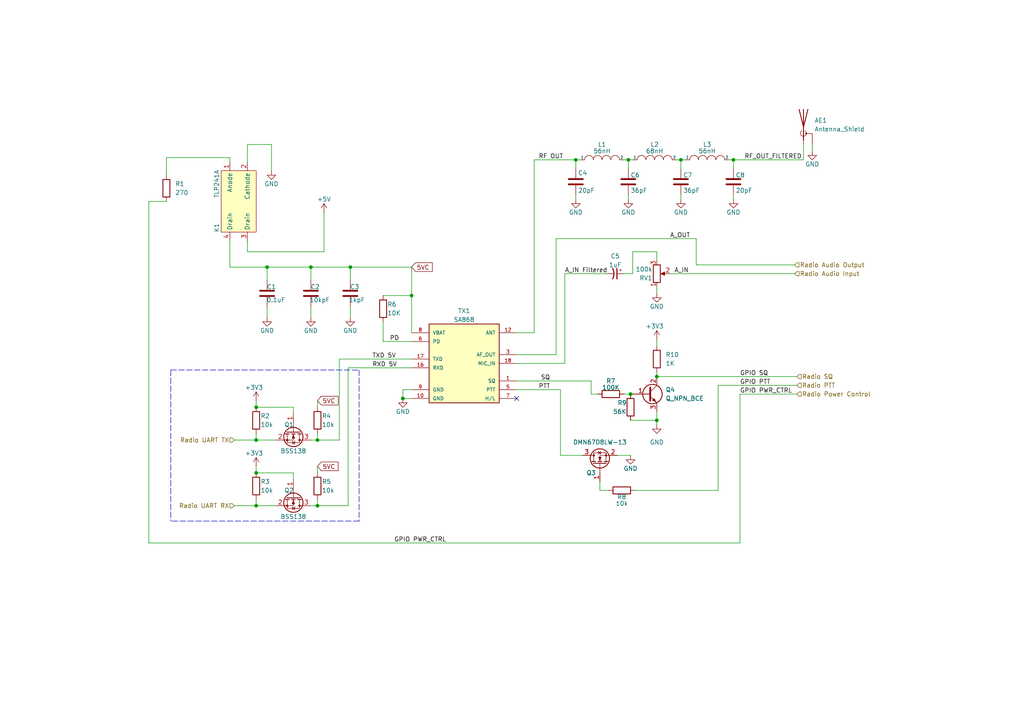
<source format=kicad_sch>
(kicad_sch (version 20211123) (generator eeschema)
  (paper "A4")
  (lib_symbols
    (symbol "Antenna_Shield_1" (pin_numbers hide) (pin_names (offset 1.016) hide)
      (property "Reference" "AE" (at -1.905 4.445 0))
      (property "Value" "Antenna_Shield_1" (at -1.905 2.54 0))
      (symbol "Antenna_Shield_1_0_1"
        (arc (start -0.508 -1.143) (mid -0.8429 -2.1194) (end 0 -2.667))
        (arc (start 0 -2.667) (mid 0.7989 -2.1052) (end 0.508 -1.143))
        (polyline (pts (xy 0 -2.54) (xy 0 0)))
        (polyline (pts (xy 0 5.08) (xy 0 -3.81)) (stroke (width 0.254)))
        (polyline (pts (xy 0.762 -1.905) (xy 2.54 -1.905)))
        (polyline (pts (xy 2.54 -2.54) (xy 2.54 -1.905)))
        (polyline (pts (xy 1.27 5.08) (xy 0 0) (xy -1.27 5.08)) (stroke (width 0.254)))
        (circle (center 0.762 -1.905) (radius 0.1778) (fill (type outline)))
      )
      (symbol "Antenna_Shield_1_1_1"
        (pin input line (at 0 -5.08 90) (length 2.54) (name "A") (number "1"))
        (pin input line (at 2.54 -5.08 90) (length 2.54) (name "Shield") (number "2"))
      )
    )
    (symbol "Device:C" (pin_numbers hide) (pin_names (offset 0.254))
      (property "Reference" "C" (at 0.635 2.54 0))
      (property "Value" "C" (at 0.635 -2.54 0))
      (symbol "C_0_1"
        (polyline (pts (xy -2.032 -0.762) (xy 2.032 -0.762)) (stroke (width 0.508)))
        (polyline (pts (xy -2.032 0.762) (xy 2.032 0.762)) (stroke (width 0.508)))
      )
      (symbol "C_1_1"
        (pin passive line (at 0 3.81 270) (length 2.794) (name "~") (number "1"))
        (pin passive line (at 0 -3.81 90) (length 2.794) (name "~") (number "2"))
      )
    )
    (symbol "Device:C_Polarized_Small_US" (pin_numbers hide) (pin_names (offset 0.254) hide)
      (property "Reference" "C" (at 0.254 1.778 0))
      (property "Value" "C_Polarized_Small_US" (at 0.254 -2.032 0))
      (symbol "C_Polarized_Small_US_0_1"
        (polyline (pts (xy -1.524 0.508) (xy 1.524 0.508)) (stroke (width 0.3048)))
        (polyline (pts (xy -1.27 1.524) (xy -0.762 1.524)))
        (polyline (pts (xy -1.016 1.27) (xy -1.016 1.778)))
        (arc (start 1.524 -0.762) (mid 0 -0.3734) (end -1.524 -0.762) (stroke (width 0.3048)))
      )
      (symbol "C_Polarized_Small_US_1_1"
        (pin passive line (at 0 2.54 270) (length 2.032) (name "~") (number "1"))
        (pin passive line (at 0 -2.54 90) (length 2.032) (name "~") (number "2"))
      )
    )
    (symbol "Device:Q_NPN_BCE" (pin_names (offset 0) hide)
      (property "Reference" "Q" (at 5.08 1.27 0))
      (property "Value" "Q_NPN_BCE" (at 5.08 -1.27 0))
      (symbol "Q_NPN_BCE_0_1"
        (polyline (pts (xy 0.635 0.635) (xy 2.54 2.54)))
        (polyline (pts (xy 0.635 -0.635) (xy 2.54 -2.54) (xy 2.54 -2.54)))
        (polyline (pts (xy 0.635 1.905) (xy 0.635 -1.905) (xy 0.635 -1.905)) (stroke (width 0.508)))
        (polyline (pts (xy 1.27 -1.778) (xy 1.778 -1.27) (xy 2.286 -2.286) (xy 1.27 -1.778) (xy 1.27 -1.778)) (fill (type outline)))
        (circle (center 1.27 0) (radius 2.8194) (stroke (width 0.254)))
      )
      (symbol "Q_NPN_BCE_1_1"
        (pin input line (at -5.08 0 0) (length 5.715) (name "B") (number "1"))
        (pin passive line (at 2.54 5.08 270) (length 2.54) (name "C") (number "2"))
        (pin passive line (at 2.54 -5.08 90) (length 2.54) (name "E") (number "3"))
      )
    )
    (symbol "Device:R" (pin_numbers hide) (pin_names (offset 0))
      (property "Reference" "R" (at 2.032 0 90))
      (property "Value" "R" (at 0 0 90))
      (symbol "R_0_1"
        (rectangle (start -1.016 -2.54) (end 1.016 2.54) (stroke (width 0.254)))
      )
      (symbol "R_1_1"
        (pin passive line (at 0 3.81 270) (length 1.27) (name "~") (number "1"))
        (pin passive line (at 0 -3.81 90) (length 1.27) (name "~") (number "2"))
      )
    )
    (symbol "Device:R_Potentiometer" (pin_names (offset 1.016) hide)
      (property "Reference" "RV" (at -4.445 0 90))
      (property "Value" "R_Potentiometer" (at -2.54 0 90))
      (symbol "R_Potentiometer_0_1"
        (polyline (pts (xy 2.54 0) (xy 1.524 0)))
        (polyline (pts (xy 1.143 0) (xy 2.286 0.508) (xy 2.286 -0.508) (xy 1.143 0)) (fill (type outline)))
        (rectangle (start 1.016 2.54) (end -1.016 -2.54) (stroke (width 0.254)))
      )
      (symbol "R_Potentiometer_1_1"
        (pin passive line (at 0 3.81 270) (length 1.27) (name "1") (number "1"))
        (pin passive line (at 3.81 0 180) (length 1.27) (name "2") (number "2"))
        (pin passive line (at 0 -3.81 90) (length 1.27) (name "3") (number "3"))
      )
    )
    (symbol "GFC-Symbols:SA868" (pin_names (offset 1.016))
      (property "Reference" "TX1" (at 0 16.51 0))
      (property "Value" "SA868" (at 0 13.97 0))
      (symbol "SA868_0_0"
        (rectangle (start -10.16 -10.16) (end 10.16 12.7) (stroke (width 0.254)) (fill (type background)))
        (pin output line (at 15.24 -3.81 180) (length 5.08) (name "SQ") (number "1"))
        (pin power_in line (at -15.24 -8.89 0) (length 5.08) (name "GND") (number "10"))
        (pin passive line (at 15.24 10.16 180) (length 5.08) (name "ANT") (number "12"))
        (pin input line (at -15.24 0 0) (length 5.08) (name "RXD") (number "16"))
        (pin output line (at -15.24 2.54 0) (length 5.08) (name "TXD") (number "17"))
        (pin input line (at 15.24 1.27 180) (length 5.08) (name "MIC_IN") (number "18"))
        (pin output line (at 15.24 3.81 180) (length 5.08) (name "AF_OUT") (number "3"))
        (pin input line (at 15.24 -6.35 180) (length 5.08) (name "PTT") (number "5"))
        (pin input line (at -15.24 7.62 0) (length 5.08) (name "PD") (number "6"))
        (pin input line (at 15.24 -8.89 180) (length 5.08) (name "H/L") (number "7"))
        (pin power_in line (at -15.24 10.16 0) (length 5.08) (name "VBAT") (number "8"))
        (pin power_in line (at -15.24 -6.35 0) (length 5.08) (name "GND") (number "9"))
      )
    )
    (symbol "GFC-Symbols:TLP241A"
      (property "Reference" "K" (at 0 6.35 0))
      (property "Value" "TLP241A" (at 0 -6.35 0))
      (symbol "TLP241A_0_1"
        (rectangle (start -8.89 5.08) (end 8.89 -5.08) (fill (type background)))
      )
      (symbol "TLP241A_1_1"
        (pin input line (at -11.43 2.54 0) (length 2.54) (name "Anode") (number "1"))
        (pin input line (at -11.43 -2.54 0) (length 2.54) (name "Cathode") (number "2"))
        (pin bidirectional line (at 11.43 -2.54 180) (length 2.54) (name "Drain") (number "3"))
        (pin power_out line (at 11.43 2.54 180) (length 2.54) (name "Drain") (number "4"))
      )
    )
    (symbol "GND_1" (power) (pin_names (offset 0))
      (property "Value" "GND_1" (at 0 -3.81 0))
      (symbol "GND_1_0_1"
        (polyline (pts (xy 0 0) (xy 0 -1.27) (xy 1.27 -1.27) (xy 0 -2.54) (xy -1.27 -1.27) (xy 0 -1.27)))
      )
      (symbol "GND_1_1_1"
        (pin power_in line (at 0 0 270) (length 0) hide (name "GND") (number "1"))
      )
    )
    (symbol "GND_10" (power) (pin_names (offset 0))
      (property "Value" "GND_10" (at 0 -3.81 0))
      (symbol "GND_10_0_1"
        (polyline (pts (xy 0 0) (xy 0 -1.27) (xy 1.27 -1.27) (xy 0 -2.54) (xy -1.27 -1.27) (xy 0 -1.27)))
      )
      (symbol "GND_10_1_1"
        (pin power_in line (at 0 0 270) (length 0) hide (name "GND") (number "1"))
      )
    )
    (symbol "GND_11" (power) (pin_names (offset 0))
      (property "Value" "GND_11" (at 0 -3.81 0))
      (symbol "GND_11_0_1"
        (polyline (pts (xy 0 0) (xy 0 -1.27) (xy 1.27 -1.27) (xy 0 -2.54) (xy -1.27 -1.27) (xy 0 -1.27)))
      )
      (symbol "GND_11_1_1"
        (pin power_in line (at 0 0 270) (length 0) hide (name "GND") (number "1"))
      )
    )
    (symbol "GND_12" (power) (pin_names (offset 0))
      (property "Value" "GND_12" (at 0 -3.81 0))
      (symbol "GND_12_0_1"
        (polyline (pts (xy 0 0) (xy 0 -1.27) (xy 1.27 -1.27) (xy 0 -2.54) (xy -1.27 -1.27) (xy 0 -1.27)))
      )
      (symbol "GND_12_1_1"
        (pin power_in line (at 0 0 270) (length 0) hide (name "GND") (number "1"))
      )
    )
    (symbol "GND_13" (power) (pin_names (offset 0))
      (property "Value" "GND_13" (at 0 -3.81 0))
      (symbol "GND_13_0_1"
        (polyline (pts (xy 0 0) (xy 0 -1.27) (xy 1.27 -1.27) (xy 0 -2.54) (xy -1.27 -1.27) (xy 0 -1.27)))
      )
      (symbol "GND_13_1_1"
        (pin power_in line (at 0 0 270) (length 0) hide (name "GND") (number "1"))
      )
    )
    (symbol "GND_14" (power) (pin_names (offset 0))
      (property "Value" "GND_14" (at 0 -3.81 0))
      (symbol "GND_14_0_1"
        (polyline (pts (xy 0 0) (xy 0 -1.27) (xy 1.27 -1.27) (xy 0 -2.54) (xy -1.27 -1.27) (xy 0 -1.27)))
      )
      (symbol "GND_14_1_1"
        (pin power_in line (at 0 0 270) (length 0) hide (name "GND") (number "1"))
      )
    )
    (symbol "GND_15" (power) (pin_names (offset 0))
      (property "Value" "GND_15" (at 0 -3.81 0))
      (symbol "GND_15_0_1"
        (polyline (pts (xy 0 0) (xy 0 -1.27) (xy 1.27 -1.27) (xy 0 -2.54) (xy -1.27 -1.27) (xy 0 -1.27)))
      )
      (symbol "GND_15_1_1"
        (pin power_in line (at 0 0 270) (length 0) hide (name "GND") (number "1"))
      )
    )
    (symbol "GND_2" (power) (pin_names (offset 0))
      (property "Value" "GND_2" (at 0 -3.81 0))
      (symbol "GND_2_0_1"
        (polyline (pts (xy 0 0) (xy 0 -1.27) (xy 1.27 -1.27) (xy 0 -2.54) (xy -1.27 -1.27) (xy 0 -1.27)))
      )
      (symbol "GND_2_1_1"
        (pin power_in line (at 0 0 270) (length 0) hide (name "GND") (number "1"))
      )
    )
    (symbol "GND_3" (power) (pin_names (offset 0))
      (property "Value" "GND_3" (at 0 -3.81 0))
      (symbol "GND_3_0_1"
        (polyline (pts (xy 0 0) (xy 0 -1.27) (xy 1.27 -1.27) (xy 0 -2.54) (xy -1.27 -1.27) (xy 0 -1.27)))
      )
      (symbol "GND_3_1_1"
        (pin power_in line (at 0 0 270) (length 0) hide (name "GND") (number "1"))
      )
    )
    (symbol "GND_4" (power) (pin_names (offset 0))
      (property "Value" "GND_4" (at 0 -3.81 0))
      (symbol "GND_4_0_1"
        (polyline (pts (xy 0 0) (xy 0 -1.27) (xy 1.27 -1.27) (xy 0 -2.54) (xy -1.27 -1.27) (xy 0 -1.27)))
      )
      (symbol "GND_4_1_1"
        (pin power_in line (at 0 0 270) (length 0) hide (name "GND") (number "1"))
      )
    )
    (symbol "GND_5" (power) (pin_names (offset 0))
      (property "Value" "GND_5" (at 0 -3.81 0))
      (symbol "GND_5_0_1"
        (polyline (pts (xy 0 0) (xy 0 -1.27) (xy 1.27 -1.27) (xy 0 -2.54) (xy -1.27 -1.27) (xy 0 -1.27)))
      )
      (symbol "GND_5_1_1"
        (pin power_in line (at 0 0 270) (length 0) hide (name "GND") (number "1"))
      )
    )
    (symbol "GND_6" (power) (pin_names (offset 0))
      (property "Value" "GND_6" (at 0 -3.81 0))
      (symbol "GND_6_0_1"
        (polyline (pts (xy 0 0) (xy 0 -1.27) (xy 1.27 -1.27) (xy 0 -2.54) (xy -1.27 -1.27) (xy 0 -1.27)))
      )
      (symbol "GND_6_1_1"
        (pin power_in line (at 0 0 270) (length 0) hide (name "GND") (number "1"))
      )
    )
    (symbol "GND_8" (power) (pin_names (offset 0))
      (property "Value" "GND_8" (at 0 -3.81 0))
      (symbol "GND_8_0_1"
        (polyline (pts (xy 0 0) (xy 0 -1.27) (xy 1.27 -1.27) (xy 0 -2.54) (xy -1.27 -1.27) (xy 0 -1.27)))
      )
      (symbol "GND_8_1_1"
        (pin power_in line (at 0 0 270) (length 0) hide (name "GND") (number "1"))
      )
    )
    (symbol "Transistor_FET:2N7002K" (pin_names hide)
      (property "Reference" "Q" (at 5.08 1.905 0))
      (property "Value" "2N7002K" (at 5.08 0 0))
      (symbol "2N7002K_0_1"
        (polyline (pts (xy 0.254 0) (xy -2.54 0)))
        (polyline (pts (xy 0.254 1.905) (xy 0.254 -1.905)) (stroke (width 0.254)))
        (polyline (pts (xy 0.762 -1.27) (xy 0.762 -2.286)) (stroke (width 0.254)))
        (polyline (pts (xy 0.762 0.508) (xy 0.762 -0.508)) (stroke (width 0.254)))
        (polyline (pts (xy 0.762 2.286) (xy 0.762 1.27)) (stroke (width 0.254)))
        (polyline (pts (xy 2.54 2.54) (xy 2.54 1.778)))
        (polyline (pts (xy 2.54 -2.54) (xy 2.54 0) (xy 0.762 0)))
        (polyline (pts (xy 0.762 -1.778) (xy 3.302 -1.778) (xy 3.302 1.778) (xy 0.762 1.778)))
        (polyline (pts (xy 1.016 0) (xy 2.032 0.381) (xy 2.032 -0.381) (xy 1.016 0)) (fill (type outline)))
        (polyline (pts (xy 2.794 0.508) (xy 2.921 0.381) (xy 3.683 0.381) (xy 3.81 0.254)))
        (polyline (pts (xy 3.302 0.381) (xy 2.921 -0.254) (xy 3.683 -0.254) (xy 3.302 0.381)))
        (circle (center 1.651 0) (radius 2.794) (stroke (width 0.254)))
        (circle (center 2.54 -1.778) (radius 0.254) (fill (type outline)))
        (circle (center 2.54 1.778) (radius 0.254) (fill (type outline)))
      )
      (symbol "2N7002K_1_1"
        (pin input line (at -5.08 0 0) (length 2.54) (name "G") (number "1"))
        (pin passive line (at 2.54 -5.08 90) (length 2.54) (name "S") (number "2"))
        (pin passive line (at 2.54 5.08 270) (length 2.54) (name "D") (number "3"))
      )
    )
    (symbol "Transistor_FET:BSS138" (pin_names hide)
      (property "Reference" "Q" (at 5.08 1.905 0))
      (property "Value" "BSS138" (at 5.08 0 0))
      (symbol "BSS138_0_1"
        (polyline (pts (xy 0.254 0) (xy -2.54 0)))
        (polyline (pts (xy 0.254 1.905) (xy 0.254 -1.905)) (stroke (width 0.254)))
        (polyline (pts (xy 0.762 -1.27) (xy 0.762 -2.286)) (stroke (width 0.254)))
        (polyline (pts (xy 0.762 0.508) (xy 0.762 -0.508)) (stroke (width 0.254)))
        (polyline (pts (xy 0.762 2.286) (xy 0.762 1.27)) (stroke (width 0.254)))
        (polyline (pts (xy 2.54 2.54) (xy 2.54 1.778)))
        (polyline (pts (xy 2.54 -2.54) (xy 2.54 0) (xy 0.762 0)))
        (polyline (pts (xy 0.762 -1.778) (xy 3.302 -1.778) (xy 3.302 1.778) (xy 0.762 1.778)))
        (polyline (pts (xy 1.016 0) (xy 2.032 0.381) (xy 2.032 -0.381) (xy 1.016 0)) (fill (type outline)))
        (polyline (pts (xy 2.794 0.508) (xy 2.921 0.381) (xy 3.683 0.381) (xy 3.81 0.254)))
        (polyline (pts (xy 3.302 0.381) (xy 2.921 -0.254) (xy 3.683 -0.254) (xy 3.302 0.381)))
        (circle (center 1.651 0) (radius 2.794) (stroke (width 0.254)))
        (circle (center 2.54 -1.778) (radius 0.254) (fill (type outline)))
        (circle (center 2.54 1.778) (radius 0.254) (fill (type outline)))
      )
      (symbol "BSS138_1_1"
        (pin input line (at -5.08 0 0) (length 2.54) (name "G") (number "1"))
        (pin passive line (at 2.54 -5.08 90) (length 2.54) (name "S") (number "2"))
        (pin passive line (at 2.54 5.08 270) (length 2.54) (name "D") (number "3"))
      )
    )
    (symbol "power:+3V3" (power) (pin_names (offset 0))
      (property "Value" "+3V3" (at 0 3.556 0))
      (symbol "+3V3_0_1"
        (polyline (pts (xy -0.762 1.27) (xy 0 2.54)))
        (polyline (pts (xy 0 0) (xy 0 2.54)))
        (polyline (pts (xy 0 2.54) (xy 0.762 1.27)))
      )
      (symbol "+3V3_1_1"
        (pin power_in line (at 0 0 90) (length 0) hide (name "+3V3") (number "1"))
      )
    )
    (symbol "power:+5V" (power) (pin_names (offset 0))
      (property "Value" "+5V" (at 0 3.556 0))
      (symbol "+5V_0_1"
        (polyline (pts (xy -0.762 1.27) (xy 0 2.54)))
        (polyline (pts (xy 0 0) (xy 0 2.54)))
        (polyline (pts (xy 0 2.54) (xy 0.762 1.27)))
      )
      (symbol "+5V_1_1"
        (pin power_in line (at 0 0 90) (length 0) hide (name "+5V") (number "1"))
      )
    )
    (symbol "pspice:INDUCTOR" (pin_numbers hide) (pin_names (offset 0))
      (property "Reference" "L" (at 0 2.54 0))
      (property "Value" "INDUCTOR" (at 0 -1.27 0))
      (symbol "INDUCTOR_0_1"
        (arc (start -2.54 0) (mid -3.81 1.27) (end -5.08 0))
        (arc (start 0 0) (mid -1.27 1.27) (end -2.54 0))
        (arc (start 2.54 0) (mid 1.27 1.27) (end 0 0))
        (arc (start 5.08 0) (mid 3.81 1.27) (end 2.54 0))
      )
      (symbol "INDUCTOR_1_1"
        (pin input line (at -6.35 0 0) (length 1.27) (name "1") (number "1"))
        (pin input line (at 6.35 0 180) (length 1.27) (name "2") (number "2"))
      )
    )
  )
  (junction (at 182.88 114.3))
  (junction (at 92.075 146.685))
  (junction (at 74.295 127.635))
  (junction (at 197.485 46.355))
  (junction (at 116.84 115.57))
  (junction (at 167.005 46.355))
  (junction (at 92.075 127.635))
  (junction (at 119.38 85.725))
  (junction (at 101.6 77.47))
  (junction (at 90.17 77.47))
  (junction (at 190.5 109.22))
  (junction (at 74.295 118.11))
  (junction (at 74.295 137.16))
  (junction (at 182.245 46.355))
  (junction (at 212.725 46.355))
  (junction (at 74.295 146.685))
  (junction (at 190.5 121.92))
  (junction (at 77.47 77.47))
  (no_connect (at 149.86 115.57))
  (wire (pts (xy 77.47 92.075) (xy 77.47 88.9)))
  (wire (pts (xy 180.975 114.3) (xy 182.88 114.3)))
  (wire (pts (xy 180.975 79.375) (xy 183.515 79.375)))
  (wire (pts (xy 154.94 96.52) (xy 154.94 46.355)))
  (wire (pts (xy 85.09 139.065) (xy 85.09 137.16)))
  (wire (pts (xy 190.5 73.025) (xy 190.5 75.565)))
  (wire (pts (xy 111.125 99.06) (xy 119.38 99.06)))
  (wire (pts (xy 111.125 85.725) (xy 119.38 85.725)))
  (wire (pts (xy 214.63 157.48) (xy 43.18 157.48)))
  (wire (pts (xy 190.5 83.185) (xy 190.5 85.09)))
  (wire (pts (xy 201.93 76.835) (xy 201.93 69.215)))
  (wire (pts (xy 190.5 107.95) (xy 190.5 109.22)))
  (wire (pts (xy 66.675 45.72) (xy 48.26 45.72)))
  (polyline (pts (xy 49.53 107.315) (xy 49.53 151.13)))
  (wire (pts (xy 92.075 146.685) (xy 92.075 144.78)))
  (wire (pts (xy 149.86 113.03) (xy 162.56 113.03)))
  (wire (pts (xy 92.075 137.16) (xy 92.075 135.255)))
  (wire (pts (xy 212.725 46.355) (xy 212.725 48.895)))
  (wire (pts (xy 190.5 98.425) (xy 190.5 100.33)))
  (wire (pts (xy 93.98 73.025) (xy 71.755 73.025)))
  (polyline (pts (xy 104.14 151.13) (xy 49.53 151.13)))
  (wire (pts (xy 162.56 132.08) (xy 168.91 132.08)))
  (wire (pts (xy 93.98 61.595) (xy 93.98 73.025)))
  (wire (pts (xy 182.245 46.355) (xy 182.245 48.895)))
  (wire (pts (xy 66.675 45.72) (xy 66.675 46.99)))
  (wire (pts (xy 176.53 142.24) (xy 173.99 142.24)))
  (wire (pts (xy 74.295 135.255) (xy 74.295 137.16)))
  (wire (pts (xy 235.585 41.91) (xy 235.585 43.815)))
  (wire (pts (xy 149.86 105.41) (xy 163.83 105.41)))
  (wire (pts (xy 182.245 46.355) (xy 183.515 46.355)))
  (wire (pts (xy 182.88 132.08) (xy 179.07 132.08)))
  (wire (pts (xy 161.29 69.215) (xy 201.93 69.215)))
  (wire (pts (xy 212.725 46.355) (xy 233.045 46.355)))
  (wire (pts (xy 183.515 79.375) (xy 183.515 73.025)))
  (wire (pts (xy 208.28 142.24) (xy 208.28 111.76)))
  (wire (pts (xy 98.425 104.14) (xy 98.425 127.635)))
  (wire (pts (xy 212.725 56.515) (xy 212.725 57.785)))
  (wire (pts (xy 67.945 146.685) (xy 74.295 146.685)))
  (wire (pts (xy 101.6 81.28) (xy 101.6 77.47)))
  (wire (pts (xy 116.84 115.57) (xy 119.38 115.57)))
  (wire (pts (xy 92.075 118.11) (xy 92.075 116.205)))
  (wire (pts (xy 214.63 114.3) (xy 231.14 114.3)))
  (wire (pts (xy 85.09 120.015) (xy 85.09 118.11)))
  (wire (pts (xy 71.755 46.99) (xy 71.755 41.91)))
  (wire (pts (xy 77.47 77.47) (xy 90.17 77.47)))
  (wire (pts (xy 90.17 127.635) (xy 92.075 127.635)))
  (wire (pts (xy 211.455 46.355) (xy 212.725 46.355)))
  (wire (pts (xy 80.01 127.635) (xy 74.295 127.635)))
  (wire (pts (xy 171.45 114.3) (xy 173.355 114.3)))
  (wire (pts (xy 196.215 46.355) (xy 197.485 46.355)))
  (wire (pts (xy 119.38 85.725) (xy 119.38 77.47)))
  (wire (pts (xy 67.945 127.635) (xy 74.295 127.635)))
  (wire (pts (xy 190.5 119.38) (xy 190.5 121.92)))
  (wire (pts (xy 90.17 92.075) (xy 90.17 88.9)))
  (wire (pts (xy 71.755 73.025) (xy 71.755 69.85)))
  (wire (pts (xy 171.45 110.49) (xy 171.45 114.3)))
  (wire (pts (xy 43.18 58.42) (xy 48.26 58.42)))
  (wire (pts (xy 85.09 118.11) (xy 74.295 118.11)))
  (wire (pts (xy 233.045 41.91) (xy 233.045 46.355)))
  (wire (pts (xy 167.005 46.355) (xy 168.275 46.355)))
  (wire (pts (xy 101.6 77.47) (xy 119.38 77.47)))
  (wire (pts (xy 161.29 69.215) (xy 161.29 102.87)))
  (wire (pts (xy 71.755 41.91) (xy 78.74 41.91)))
  (wire (pts (xy 101.6 92.075) (xy 101.6 88.9)))
  (wire (pts (xy 162.56 113.03) (xy 162.56 132.08)))
  (wire (pts (xy 90.17 146.685) (xy 92.075 146.685)))
  (wire (pts (xy 183.515 73.025) (xy 190.5 73.025)))
  (wire (pts (xy 163.83 79.375) (xy 175.895 79.375)))
  (wire (pts (xy 208.28 111.76) (xy 231.14 111.76)))
  (wire (pts (xy 197.485 56.515) (xy 197.485 57.785)))
  (wire (pts (xy 66.675 69.85) (xy 66.675 77.47)))
  (wire (pts (xy 74.295 146.685) (xy 74.295 144.78)))
  (wire (pts (xy 66.675 77.47) (xy 77.47 77.47)))
  (wire (pts (xy 100.965 106.68) (xy 100.965 146.685)))
  (wire (pts (xy 180.975 46.355) (xy 182.245 46.355)))
  (wire (pts (xy 119.38 113.03) (xy 116.84 113.03)))
  (wire (pts (xy 100.965 106.68) (xy 119.38 106.68)))
  (wire (pts (xy 197.485 46.355) (xy 197.485 48.895)))
  (wire (pts (xy 119.38 85.725) (xy 119.38 96.52)))
  (wire (pts (xy 111.125 93.345) (xy 111.125 99.06)))
  (wire (pts (xy 100.965 146.685) (xy 92.075 146.685)))
  (wire (pts (xy 190.5 109.22) (xy 231.14 109.22)))
  (wire (pts (xy 90.17 77.47) (xy 101.6 77.47)))
  (wire (pts (xy 167.005 56.515) (xy 167.005 57.785)))
  (wire (pts (xy 48.26 45.72) (xy 48.26 50.8)))
  (wire (pts (xy 190.5 121.92) (xy 190.5 123.19)))
  (wire (pts (xy 149.86 110.49) (xy 171.45 110.49)))
  (wire (pts (xy 90.17 81.28) (xy 90.17 77.47)))
  (wire (pts (xy 230.505 76.835) (xy 201.93 76.835)))
  (wire (pts (xy 43.18 58.42) (xy 43.18 157.48)))
  (wire (pts (xy 74.295 116.205) (xy 74.295 118.11)))
  (wire (pts (xy 149.86 96.52) (xy 154.94 96.52)))
  (wire (pts (xy 154.94 46.355) (xy 167.005 46.355)))
  (wire (pts (xy 80.01 146.685) (xy 74.295 146.685)))
  (polyline (pts (xy 104.14 107.315) (xy 104.14 151.13)))
  (polyline (pts (xy 49.53 107.315) (xy 104.14 107.315)))
  (wire (pts (xy 173.99 142.24) (xy 173.99 139.7)))
  (wire (pts (xy 92.075 127.635) (xy 92.075 125.73)))
  (wire (pts (xy 92.075 127.635) (xy 98.425 127.635)))
  (wire (pts (xy 167.005 48.895) (xy 167.005 46.355)))
  (wire (pts (xy 230.505 79.375) (xy 194.31 79.375)))
  (wire (pts (xy 77.47 81.28) (xy 77.47 77.47)))
  (wire (pts (xy 182.88 121.92) (xy 190.5 121.92)))
  (wire (pts (xy 182.245 56.515) (xy 182.245 57.785)))
  (wire (pts (xy 197.485 46.355) (xy 198.755 46.355)))
  (wire (pts (xy 163.83 105.41) (xy 163.83 79.375)))
  (wire (pts (xy 214.63 114.3) (xy 214.63 157.48)))
  (wire (pts (xy 161.29 102.87) (xy 149.86 102.87)))
  (wire (pts (xy 85.09 137.16) (xy 74.295 137.16)))
  (wire (pts (xy 78.74 41.91) (xy 78.74 49.53)))
  (wire (pts (xy 184.15 142.24) (xy 208.28 142.24)))
  (wire (pts (xy 98.425 104.14) (xy 119.38 104.14)))
  (wire (pts (xy 74.295 127.635) (xy 74.295 125.73)))
  (wire (pts (xy 116.84 113.03) (xy 116.84 115.57)))
  (label "RXD 5V" (at 107.95 106.68 0))
  (label "PD" (at 113.03 99.06 0))
  (label "RF OUT" (at 156.21 46.355 0))
  (label "A_OUT" (at 194.31 69.215 0))
  (label "RF_OUT_FILTERED" (at 215.9 46.355 0))
  (label "A_IN Filtered" (at 163.83 79.375 0))
  (label "GPIO PWR_CTRL" (at 114.3 157.48 0))
  (label "GPIO PTT" (at 214.63 111.76 0))
  (label "TXD 5V" (at 107.95 104.14 0))
  (label "GPIO SQ" (at 214.63 109.22 0))
  (label "GPIO PWR_CTRL" (at 214.63 114.3 0))
  (label "SQ" (at 156.845 110.49 0))
  (label "A_IN" (at 195.58 79.375 0))
  (label "PTT" (at 156.21 113.03 0))
  (global_label "5VC" (shape input) (at 119.38 77.47 0) (property "Intersheet References" "${INTERSHEET_REFS}" (effects hide)))
  (global_label "5VC" (shape input) (at 92.075 135.255 0) (property "Intersheet References" "${INTERSHEET_REFS}" (effects hide)))
  (global_label "5VC" (shape input) (at 92.075 116.205 0) (property "Intersheet References" "${INTERSHEET_REFS}" (effects hide)))
  (hierarchical_label "Radio Audio Input" (shape input) (at 230.505 79.375 0))
  (hierarchical_label "Radio SQ" (shape input) (at 231.14 109.22 0))
  (hierarchical_label "Radio Power Control" (shape input) (at 231.14 114.3 0))
  (hierarchical_label "Radio PTT" (shape input) (at 231.14 111.76 0))
  (hierarchical_label "Radio Audio Output" (shape input) (at 230.505 76.835 0))
  (hierarchical_label "Radio UART RX" (shape input) (at 67.945 146.685 180))
  (hierarchical_label "Radio UART TX" (shape input) (at 67.945 127.635 180))
  (symbol (lib_id "Device:R") (at 182.88 118.11 0) (unit 1)
    (property "Reference" "R9" (at 179.07 116.84 0) (effects (justify left)))
    (property "Value" "56K" (at 177.8 119.38 0) (effects (justify left)))
    (property "Footprint" "Resistor_SMD:R_0603_1608Metric_Pad0.98x0.95mm_HandSolder" (effects hide))
    (property "Digikey" "-" (effects hide))
    (property "Unit Price" "0.10" (effects hide))
  )
  (symbol (lib_name "GND_8") (lib_id "power:GND") (at 190.5 123.19 0) (unit 1)
    (property "Reference" "#PWR017" (effects hide))
    (property "Value" "GND" (at 190.5 128.27 0))
  )
  (symbol (lib_id "Device:R") (at 48.26 54.61 0) (unit 1)
    (property "Reference" "R1" (at 50.8 53.3399 0) (effects (justify left)))
    (property "Value" "270" (at 50.8 55.8799 0) (effects (justify left)))
    (property "Footprint" "Resistor_SMD:R_0603_1608Metric_Pad0.98x0.95mm_HandSolder" (effects hide))
  )
  (symbol (lib_id "Device:R") (at 92.075 121.92 0) (unit 1)
    (property "Reference" "R4" (at 93.345 120.65 0) (effects (justify left)))
    (property "Value" "10k" (at 93.345 123.19 0) (effects (justify left)))
    (property "Footprint" "Resistor_SMD:R_0603_1608Metric_Pad0.98x0.95mm_HandSolder" (effects hide))
    (property "Digikey" "-" (effects hide))
  )
  (symbol (lib_name "GND_12") (lib_id "power:GND") (at 101.6 92.075 0) (unit 1)
    (property "Reference" "#PWR010" (effects hide))
    (property "Value" "GND" (at 101.6 95.885 0))
  )
  (symbol (lib_name "GND_1") (lib_id "power:GND") (at 190.5 85.09 0) (mirror y) (unit 1)
    (property "Reference" "#PWR015" (effects hide))
    (property "Value" "GND" (at 190.5 88.9 0))
  )
  (symbol (lib_id "Device:C") (at 197.485 52.705 0) (unit 1)
    (property "Reference" "C7" (at 198.12 50.8 0) (effects (justify left)))
    (property "Value" "36pF" (at 198.12 55.245 0) (effects (justify left)))
    (property "Footprint" "Capacitor_SMD:C_0603_1608Metric_Pad1.08x0.95mm_HandSolder" (effects hide))
    (property "Digikey" "-" (effects hide))
    (property "Unit Price" "0.10" (effects hide))
  )
  (symbol (lib_name "GND_14") (lib_id "power:GND") (at 90.17 92.075 0) (unit 1)
    (property "Reference" "#PWR08" (effects hide))
    (property "Value" "GND" (at 90.17 95.885 0))
  )
  (symbol (lib_name "GND_5") (lib_id "power:GND") (at 212.725 57.785 0) (unit 1)
    (property "Reference" "#PWR019" (effects hide))
    (property "Value" "GND" (at 212.725 61.595 0))
  )
  (symbol (lib_id "Device:C") (at 212.725 52.705 0) (unit 1)
    (property "Reference" "C8" (at 213.36 50.8 0) (effects (justify left)))
    (property "Value" "20pF" (at 213.36 55.245 0) (effects (justify left)))
    (property "Footprint" "Capacitor_SMD:C_0603_1608Metric_Pad1.08x0.95mm_HandSolder" (effects hide))
    (property "Digikey" "-" (effects hide))
    (property "Unit Price" "0.10" (effects hide))
  )
  (symbol (lib_id "pspice:INDUCTOR") (at 189.865 46.355 0) (unit 1)
    (property "Reference" "L2" (at 189.865 41.91 0))
    (property "Value" "68nH" (at 189.865 43.815 0))
    (property "Footprint" "Inductor_SMD:L_0603_1608Metric" (effects hide))
    (property "Digikey" "-" (effects hide))
    (property "Unit Price" ".63" (effects hide))
  )
  (symbol (lib_id "Device:C_Polarized_Small_US") (at 178.435 79.375 270) (unit 1)
    (property "Reference" "C5" (at 178.435 74.295 90))
    (property "Value" "1uF" (at 178.435 76.835 90))
    (property "Footprint" "Capacitor_SMD:C_0805_2012Metric_Pad1.18x1.45mm_HandSolder" (effects hide))
    (property "Digikey" "-" (effects hide))
    (property "Unit Price" "0.10" (effects hide))
  )
  (symbol (lib_id "Transistor_FET:2N7002K") (at 173.99 134.62 90) (unit 1)
    (property "Reference" "Q3" (at 171.45 137.16 90))
    (property "Value" "DMN67D8LW-13" (at 173.99 128.27 90))
    (property "Footprint" "Package_TO_SOT_SMD:SOT-323_SC-70_Handsoldering" (effects hide))
    (property "Datasheet" "https://www.diodes.com/assets/Datasheets/ds30896.pdf" (effects hide))
    (property "Digikey" "-" (effects hide))
    (property "Unit Price" "0.26" (effects hide))
  )
  (symbol (lib_id "Device:C") (at 77.47 85.09 180) (unit 1)
    (property "Reference" "C1" (at 78.74 83.185 0))
    (property "Value" "0.1uF" (at 80.01 86.995 0))
    (property "Footprint" "Capacitor_SMD:C_0603_1608Metric_Pad1.08x0.95mm_HandSolder" (effects hide))
    (property "Digikey" "-" (effects hide))
    (property "Unit Price" "0.10" (effects hide))
  )
  (symbol (lib_id "GFC-Symbols:TLP241A") (at 69.215 58.42 90) (mirror x) (unit 1)
    (property "Reference" "K1" (at 62.865 66.04 0))
    (property "Value" "TLP241A" (at 62.865 53.34 0))
    (property "Footprint" "Package_DIP:DIP-4_W8.89mm_SMDSocket_LongPads" (effects hide))
    (property "Digikey" "-" (effects hide))
  )
  (symbol (lib_name "GND_10") (lib_id "power:GND") (at 182.88 132.08 0) (unit 1)
    (property "Reference" "#PWR014" (effects hide))
    (property "Value" "GND" (at 182.88 135.89 0))
  )
  (symbol (lib_id "Device:C") (at 167.005 52.705 0) (unit 1)
    (property "Reference" "C4" (at 167.64 50.165 0) (effects (justify left)))
    (property "Value" "20pF" (at 167.64 55.245 0) (effects (justify left)))
    (property "Footprint" "Capacitor_SMD:C_0603_1608Metric_Pad1.08x0.95mm_HandSolder" (effects hide))
    (property "Digikey" "-" (effects hide))
    (property "Unit Price" "0.10" (effects hide))
  )
  (symbol (lib_id "Device:R") (at 177.165 114.3 90) (unit 1)
    (property "Reference" "R7" (at 177.165 110.49 90))
    (property "Value" "100K" (at 177.165 112.395 90))
    (property "Footprint" "Resistor_SMD:R_0603_1608Metric_Pad0.98x0.95mm_HandSolder" (effects hide))
    (property "Digikey" "-" (effects hide))
    (property "Unit Price" "0.10" (effects hide))
  )
  (symbol (lib_id "pspice:INDUCTOR") (at 205.105 46.355 0) (unit 1)
    (property "Reference" "L3" (at 205.105 41.91 0))
    (property "Value" "56nH" (at 205.105 43.815 0))
    (property "Footprint" "Inductor_SMD:L_0603_1608Metric" (effects hide))
    (property "Digikey" "-" (effects hide))
    (property "Unit Price" ".67" (effects hide))
  )
  (symbol (lib_id "Transistor_FET:BSS138") (at 85.09 144.145 270) (unit 1)
    (property "Reference" "Q2" (at 83.82 142.24 90))
    (property "Value" "BSS138" (at 85.09 149.86 90))
    (property "Footprint" "Package_TO_SOT_SMD:SOT-23" (effects hide))
    (property "Datasheet" "https://www.onsemi.com/pub/Collateral/BSS138-D.PDF" (effects hide))
  )
  (symbol (lib_id "Transistor_FET:BSS138") (at 85.09 125.095 270) (unit 1)
    (property "Reference" "Q1" (at 83.82 123.19 90))
    (property "Value" "BSS138" (at 85.09 130.81 90))
    (property "Footprint" "Package_TO_SOT_SMD:SOT-23" (effects hide))
    (property "Datasheet" "https://www.onsemi.com/pub/Collateral/BSS138-D.PDF" (effects hide))
  )
  (symbol (lib_id "Device:R") (at 74.295 140.97 0) (unit 1)
    (property "Reference" "R3" (at 75.565 139.7 0) (effects (justify left)))
    (property "Value" "10k" (at 75.565 142.24 0) (effects (justify left)))
    (property "Footprint" "Resistor_SMD:R_0603_1608Metric_Pad0.98x0.95mm_HandSolder" (effects hide))
    (property "Digikey" "-" (effects hide))
  )
  (symbol (lib_id "power:+3V3") (at 74.295 135.255 0) (unit 1)
    (property "Reference" "#PWR?" (effects hide))
    (property "Value" "+3V3" (at 73.66 131.445 0))
  )
  (symbol (lib_id "Device:C") (at 101.6 85.09 180) (unit 1)
    (property "Reference" "C3" (at 102.87 83.185 0))
    (property "Value" "1kpF" (at 103.505 86.995 0))
    (property "Footprint" "Capacitor_SMD:C_0603_1608Metric_Pad1.08x0.95mm_HandSolder" (effects hide))
    (property "Digikey" "-" (effects hide))
    (property "Unit Price" "0.10" (effects hide))
  )
  (symbol (lib_name "GND_4") (lib_id "power:GND") (at 197.485 57.785 0) (unit 1)
    (property "Reference" "#PWR018" (effects hide))
    (property "Value" "GND" (at 197.485 61.595 0))
  )
  (symbol (lib_id "Device:R_Potentiometer") (at 190.5 79.375 0) (mirror x) (unit 1)
    (property "Reference" "RV1" (at 189.23 80.645 0) (effects (justify right)))
    (property "Value" "100k" (at 189.23 78.105 0) (effects (justify right)))
    (property "Footprint" "GFC-Footprints:TRIM_3361P-1-104GLF" (effects hide))
    (property "Digikey" "-" (effects hide))
    (property "Unit Price" "1.27" (effects hide))
  )
  (symbol (lib_name "GND_11") (lib_id "power:GND") (at 78.74 49.53 0) (mirror y) (unit 1)
    (property "Reference" "#PWR07" (effects hide))
    (property "Value" "GND" (at 78.74 53.34 0))
  )
  (symbol (lib_id "Device:C") (at 90.17 85.09 180) (unit 1)
    (property "Reference" "C2" (at 91.44 83.185 0))
    (property "Value" "10kpF" (at 92.71 86.995 0))
    (property "Footprint" "Capacitor_SMD:C_0603_1608Metric_Pad1.08x0.95mm_HandSolder" (effects hide))
    (property "Digikey" "-" (effects hide))
    (property "Unit Price" "0.10" (effects hide))
  )
  (symbol (lib_id "Device:R") (at 180.34 142.24 270) (unit 1)
    (property "Reference" "R8" (at 180.34 144.145 90))
    (property "Value" "10k" (at 180.34 146.05 90))
    (property "Footprint" "Resistor_SMD:R_0603_1608Metric_Pad0.98x0.95mm_HandSolder" (effects hide))
    (property "Digikey" "-" (effects hide))
    (property "Unit Price" "0.10" (effects hide))
  )
  (symbol (lib_name "GND_6") (lib_id "power:GND") (at 235.585 43.815 0) (unit 1)
    (property "Reference" "#PWR020" (effects hide))
    (property "Value" "GND" (at 235.585 47.625 0))
  )
  (symbol (lib_name "Antenna_Shield_1") (lib_id "Device:Antenna_Shield") (at 233.045 36.83 0) (unit 1)
    (property "Reference" "AE1" (at 236.22 34.9249 0) (effects (justify left)))
    (property "Value" "Antenna_Shield" (at 236.22 37.4649 0) (effects (justify left)))
    (property "Footprint" "Connector_Coaxial:SMA_Molex_73251-1153_EdgeMount_Horizontal" (effects hide))
  )
  (symbol (lib_id "Device:R") (at 92.075 140.97 0) (unit 1)
    (property "Reference" "R5" (at 93.345 139.7 0) (effects (justify left)))
    (property "Value" "10k" (at 93.345 142.24 0) (effects (justify left)))
    (property "Footprint" "Resistor_SMD:R_0603_1608Metric_Pad0.98x0.95mm_HandSolder" (effects hide))
    (property "Digikey" "-" (effects hide))
  )
  (symbol (lib_name "GND_13") (lib_id "power:GND") (at 77.47 92.075 0) (unit 1)
    (property "Reference" "#PWR06" (effects hide))
    (property "Value" "GND" (at 77.47 95.885 0))
  )
  (symbol (lib_id "Device:R") (at 111.125 89.535 0) (unit 1)
    (property "Reference" "R6" (at 113.665 88.265 0))
    (property "Value" "10K" (at 114.3 90.805 0))
    (property "Footprint" "Resistor_SMD:R_0603_1608Metric_Pad0.98x0.95mm_HandSolder" (effects hide))
    (property "Digikey" "-" (effects hide))
    (property "Unit Price" "0.10" (effects hide))
  )
  (symbol (lib_id "Device:Q_NPN_BCE") (at 187.96 114.3 0) (unit 1)
    (property "Reference" "Q4" (at 193.04 113.0299 0) (effects (justify left)))
    (property "Value" "Q_NPN_BCE" (at 193.04 115.5699 0) (effects (justify left)))
    (property "Footprint" "Package_TO_SOT_SMD:SOT-23" (effects hide))
    (property "Digikey" "-" (effects hide))
    (property "Unit Price" "$0.18" (effects hide))
  )
  (symbol (lib_id "Device:R") (at 190.5 104.14 0) (unit 1)
    (property "Reference" "R10" (at 193.04 102.8699 0) (effects (justify left)))
    (property "Value" "1K" (at 193.04 105.4099 0) (effects (justify left)))
    (property "Footprint" "Resistor_SMD:R_0603_1608Metric_Pad0.98x0.95mm_HandSolder" (effects hide))
    (property "Digikey" "-" (effects hide))
    (property "Unit Price" "0.10" (effects hide))
  )
  (symbol (lib_id "Device:C") (at 182.245 52.705 0) (unit 1)
    (property "Reference" "C6" (at 182.88 50.8 0) (effects (justify left)))
    (property "Value" "36pF" (at 182.88 55.245 0) (effects (justify left)))
    (property "Footprint" "Capacitor_SMD:C_0603_1608Metric_Pad1.08x0.95mm_HandSolder" (effects hide))
    (property "Digikey" "-" (effects hide))
    (property "Unit Price" "0.10" (effects hide))
  )
  (symbol (lib_id "power:+3V3") (at 190.5 98.425 0) (unit 1)
    (property "Reference" "#PWR?" (effects hide))
    (property "Value" "+3V3" (at 189.865 94.615 0))
  )
  (symbol (lib_name "GND_2") (lib_id "power:GND") (at 182.245 57.785 0) (unit 1)
    (property "Reference" "#PWR013" (effects hide))
    (property "Value" "GND" (at 182.245 61.595 0))
  )
  (symbol (lib_id "power:+3V3") (at 74.295 116.205 0) (unit 1)
    (property "Reference" "#PWR?" (effects hide))
    (property "Value" "+3V3" (at 73.66 112.395 0))
  )
  (symbol (lib_id "Device:R") (at 74.295 121.92 0) (unit 1)
    (property "Reference" "R2" (at 75.565 120.65 0) (effects (justify left)))
    (property "Value" "10k" (at 75.565 123.19 0) (effects (justify left)))
    (property "Footprint" "Resistor_SMD:R_0603_1608Metric_Pad0.98x0.95mm_HandSolder" (effects hide))
    (property "Digikey" "-" (effects hide))
  )
  (symbol (lib_id "GFC-Symbols:SA868") (at 134.62 106.68 0) (unit 1)
    (property "Reference" "TX1" (at 134.62 90.17 0))
    (property "Value" "SA868" (at 134.62 92.71 0))
    (property "Footprint" "GFC-Footprints:DORJI_DRA818V" (effects hide))
    (property "Datasheet" "https://www.nicerf.com/products/detail/2w-embedded-walkie-talkie-module-sa868.html" (effects hide))
    (property "MANUFACTURER" "NiceRF" (effects hide))
    (property "STANDARD" "MANUFACTURER RECOMMENDATIONS" (effects hide))
    (property "PART_REV" "1.23" (effects hide))
    (property "Digikey" "eBay" (effects hide))
    (property "Unit Price" "12.28" (effects hide))
  )
  (symbol (lib_name "GND_15") (lib_id "power:GND") (at 116.84 115.57 0) (unit 1)
    (property "Reference" "#PWR011" (effects hide))
    (property "Value" "GND" (at 116.84 119.38 0))
  )
  (symbol (lib_id "pspice:INDUCTOR") (at 174.625 46.355 0) (unit 1)
    (property "Reference" "L1" (at 174.625 41.91 0))
    (property "Value" "56nH" (at 174.625 43.815 0))
    (property "Footprint" "Inductor_SMD:L_0603_1608Metric" (effects hide))
    (property "Digikey" "-" (effects hide))
    (property "Unit Price" ".67" (effects hide))
  )
  (symbol (lib_name "GND_3") (lib_id "power:GND") (at 167.005 57.785 0) (unit 1)
    (property "Reference" "#PWR012" (effects hide))
    (property "Value" "GND" (at 167.005 61.595 0))
  )
  (symbol (lib_id "power:+5V") (at 93.98 61.595 0) (mirror y) (unit 1)
    (property "Reference" "#PWR09" (effects hide))
    (property "Value" "+5V" (at 93.98 57.785 0))
  )
)
</source>
